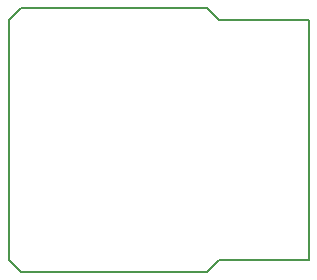
<source format=gm1>
G04*
G04 #@! TF.GenerationSoftware,Altium Limited,Altium Designer,20.2.6 (244)*
G04*
G04 Layer_Color=16711935*
%FSLAX24Y24*%
%MOIN*%
G70*
G04*
G04 #@! TF.SameCoordinates,5BA78797-F0C5-4362-90F7-91A5E935EFA1*
G04*
G04*
G04 #@! TF.FilePolarity,Positive*
G04*
G01*
G75*
%ADD11C,0.0079*%
D11*
X0Y400D02*
Y8400D01*
X400Y8800D01*
X6600D01*
X7000Y8400D01*
X10000D01*
Y400D02*
Y8400D01*
X7000Y400D02*
X10000D01*
X6600Y0D02*
X7000Y400D01*
X400Y0D02*
X6600D01*
X0Y400D02*
X400Y0D01*
M02*

</source>
